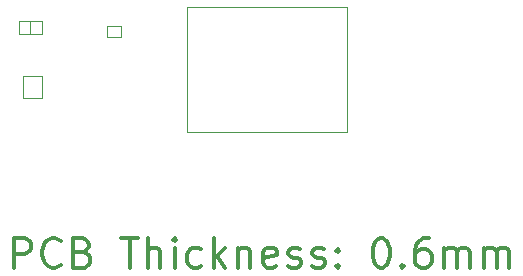
<source format=gbr>
G04 #@! TF.GenerationSoftware,KiCad,Pcbnew,5.1.4+dfsg1-1~bpo10+1*
G04 #@! TF.CreationDate,2019-12-19T14:53:47+01:00*
G04 #@! TF.ProjectId,qomu-board,716f6d75-2d62-46f6-9172-642e6b696361,rev?*
G04 #@! TF.SameCoordinates,Original*
G04 #@! TF.FileFunction,Other,ECO1*
%FSLAX46Y46*%
G04 Gerber Fmt 4.6, Leading zero omitted, Abs format (unit mm)*
G04 Created by KiCad (PCBNEW 5.1.4+dfsg1-1~bpo10+1) date 2019-12-19 14:53:47*
%MOMM*%
%LPD*%
G04 APERTURE LIST*
%ADD10C,0.300000*%
%ADD11C,0.050000*%
G04 APERTURE END LIST*
D10*
X17340238Y-38580952D02*
X17340238Y-36080952D01*
X18292619Y-36080952D01*
X18530714Y-36200000D01*
X18649761Y-36319047D01*
X18768809Y-36557142D01*
X18768809Y-36914285D01*
X18649761Y-37152380D01*
X18530714Y-37271428D01*
X18292619Y-37390476D01*
X17340238Y-37390476D01*
X21268809Y-38342857D02*
X21149761Y-38461904D01*
X20792619Y-38580952D01*
X20554523Y-38580952D01*
X20197380Y-38461904D01*
X19959285Y-38223809D01*
X19840238Y-37985714D01*
X19721190Y-37509523D01*
X19721190Y-37152380D01*
X19840238Y-36676190D01*
X19959285Y-36438095D01*
X20197380Y-36200000D01*
X20554523Y-36080952D01*
X20792619Y-36080952D01*
X21149761Y-36200000D01*
X21268809Y-36319047D01*
X23173571Y-37271428D02*
X23530714Y-37390476D01*
X23649761Y-37509523D01*
X23768809Y-37747619D01*
X23768809Y-38104761D01*
X23649761Y-38342857D01*
X23530714Y-38461904D01*
X23292619Y-38580952D01*
X22340238Y-38580952D01*
X22340238Y-36080952D01*
X23173571Y-36080952D01*
X23411666Y-36200000D01*
X23530714Y-36319047D01*
X23649761Y-36557142D01*
X23649761Y-36795238D01*
X23530714Y-37033333D01*
X23411666Y-37152380D01*
X23173571Y-37271428D01*
X22340238Y-37271428D01*
X26387857Y-36080952D02*
X27816428Y-36080952D01*
X27102142Y-38580952D02*
X27102142Y-36080952D01*
X28649761Y-38580952D02*
X28649761Y-36080952D01*
X29721190Y-38580952D02*
X29721190Y-37271428D01*
X29602142Y-37033333D01*
X29364047Y-36914285D01*
X29006904Y-36914285D01*
X28768809Y-37033333D01*
X28649761Y-37152380D01*
X30911666Y-38580952D02*
X30911666Y-36914285D01*
X30911666Y-36080952D02*
X30792619Y-36200000D01*
X30911666Y-36319047D01*
X31030714Y-36200000D01*
X30911666Y-36080952D01*
X30911666Y-36319047D01*
X33173571Y-38461904D02*
X32935476Y-38580952D01*
X32459285Y-38580952D01*
X32221190Y-38461904D01*
X32102142Y-38342857D01*
X31983095Y-38104761D01*
X31983095Y-37390476D01*
X32102142Y-37152380D01*
X32221190Y-37033333D01*
X32459285Y-36914285D01*
X32935476Y-36914285D01*
X33173571Y-37033333D01*
X34245000Y-38580952D02*
X34245000Y-36080952D01*
X34483095Y-37628571D02*
X35197380Y-38580952D01*
X35197380Y-36914285D02*
X34245000Y-37866666D01*
X36268809Y-36914285D02*
X36268809Y-38580952D01*
X36268809Y-37152380D02*
X36387857Y-37033333D01*
X36625952Y-36914285D01*
X36983095Y-36914285D01*
X37221190Y-37033333D01*
X37340238Y-37271428D01*
X37340238Y-38580952D01*
X39483095Y-38461904D02*
X39245000Y-38580952D01*
X38768809Y-38580952D01*
X38530714Y-38461904D01*
X38411666Y-38223809D01*
X38411666Y-37271428D01*
X38530714Y-37033333D01*
X38768809Y-36914285D01*
X39245000Y-36914285D01*
X39483095Y-37033333D01*
X39602142Y-37271428D01*
X39602142Y-37509523D01*
X38411666Y-37747619D01*
X40554523Y-38461904D02*
X40792619Y-38580952D01*
X41268809Y-38580952D01*
X41506904Y-38461904D01*
X41625952Y-38223809D01*
X41625952Y-38104761D01*
X41506904Y-37866666D01*
X41268809Y-37747619D01*
X40911666Y-37747619D01*
X40673571Y-37628571D01*
X40554523Y-37390476D01*
X40554523Y-37271428D01*
X40673571Y-37033333D01*
X40911666Y-36914285D01*
X41268809Y-36914285D01*
X41506904Y-37033333D01*
X42578333Y-38461904D02*
X42816428Y-38580952D01*
X43292619Y-38580952D01*
X43530714Y-38461904D01*
X43649761Y-38223809D01*
X43649761Y-38104761D01*
X43530714Y-37866666D01*
X43292619Y-37747619D01*
X42935476Y-37747619D01*
X42697380Y-37628571D01*
X42578333Y-37390476D01*
X42578333Y-37271428D01*
X42697380Y-37033333D01*
X42935476Y-36914285D01*
X43292619Y-36914285D01*
X43530714Y-37033333D01*
X44721190Y-38342857D02*
X44840238Y-38461904D01*
X44721190Y-38580952D01*
X44602142Y-38461904D01*
X44721190Y-38342857D01*
X44721190Y-38580952D01*
X44721190Y-37033333D02*
X44840238Y-37152380D01*
X44721190Y-37271428D01*
X44602142Y-37152380D01*
X44721190Y-37033333D01*
X44721190Y-37271428D01*
X48292619Y-36080952D02*
X48530714Y-36080952D01*
X48768809Y-36200000D01*
X48887857Y-36319047D01*
X49006904Y-36557142D01*
X49125952Y-37033333D01*
X49125952Y-37628571D01*
X49006904Y-38104761D01*
X48887857Y-38342857D01*
X48768809Y-38461904D01*
X48530714Y-38580952D01*
X48292619Y-38580952D01*
X48054523Y-38461904D01*
X47935476Y-38342857D01*
X47816428Y-38104761D01*
X47697380Y-37628571D01*
X47697380Y-37033333D01*
X47816428Y-36557142D01*
X47935476Y-36319047D01*
X48054523Y-36200000D01*
X48292619Y-36080952D01*
X50197380Y-38342857D02*
X50316428Y-38461904D01*
X50197380Y-38580952D01*
X50078333Y-38461904D01*
X50197380Y-38342857D01*
X50197380Y-38580952D01*
X52459285Y-36080952D02*
X51983095Y-36080952D01*
X51744999Y-36200000D01*
X51625952Y-36319047D01*
X51387857Y-36676190D01*
X51268809Y-37152380D01*
X51268809Y-38104761D01*
X51387857Y-38342857D01*
X51506904Y-38461904D01*
X51744999Y-38580952D01*
X52221190Y-38580952D01*
X52459285Y-38461904D01*
X52578333Y-38342857D01*
X52697380Y-38104761D01*
X52697380Y-37509523D01*
X52578333Y-37271428D01*
X52459285Y-37152380D01*
X52221190Y-37033333D01*
X51744999Y-37033333D01*
X51506904Y-37152380D01*
X51387857Y-37271428D01*
X51268809Y-37509523D01*
X53768809Y-38580952D02*
X53768809Y-36914285D01*
X53768809Y-37152380D02*
X53887857Y-37033333D01*
X54125952Y-36914285D01*
X54483095Y-36914285D01*
X54721190Y-37033333D01*
X54840238Y-37271428D01*
X54840238Y-38580952D01*
X54840238Y-37271428D02*
X54959285Y-37033333D01*
X55197380Y-36914285D01*
X55554523Y-36914285D01*
X55792619Y-37033333D01*
X55911666Y-37271428D01*
X55911666Y-38580952D01*
X57102142Y-38580952D02*
X57102142Y-36914285D01*
X57102142Y-37152380D02*
X57221190Y-37033333D01*
X57459285Y-36914285D01*
X57816428Y-36914285D01*
X58054523Y-37033333D01*
X58173571Y-37271428D01*
X58173571Y-38580952D01*
X58173571Y-37271428D02*
X58292619Y-37033333D01*
X58530714Y-36914285D01*
X58887857Y-36914285D01*
X59125952Y-37033333D01*
X59244999Y-37271428D01*
X59244999Y-38580952D01*
D11*
X19720000Y-22326500D02*
X19720000Y-24226500D01*
X19720000Y-24226500D02*
X18080000Y-24226500D01*
X18080000Y-24226500D02*
X18080000Y-22326500D01*
X18080000Y-22326500D02*
X19720000Y-22326500D01*
X18710000Y-17659000D02*
X18710000Y-18799000D01*
X18710000Y-18799000D02*
X19650000Y-18799000D01*
X19650000Y-18799000D02*
X19650000Y-17659000D01*
X19650000Y-17659000D02*
X18710000Y-17659000D01*
X26360000Y-18149000D02*
X25220000Y-18149000D01*
X25220000Y-18149000D02*
X25220000Y-19089000D01*
X25220000Y-19089000D02*
X26360000Y-19089000D01*
X26360000Y-19089000D02*
X26360000Y-18149000D01*
X17740000Y-17659000D02*
X17740000Y-18799000D01*
X17740000Y-18799000D02*
X18680000Y-18799000D01*
X18680000Y-18799000D02*
X18680000Y-17659000D01*
X18680000Y-17659000D02*
X17740000Y-17659000D01*
X31960000Y-27135000D02*
X31960000Y-16475000D01*
X45550000Y-27135000D02*
X31960000Y-27135000D01*
X45550000Y-16475000D02*
X45550000Y-27135000D01*
X31960000Y-16475000D02*
X45550000Y-16475000D01*
M02*

</source>
